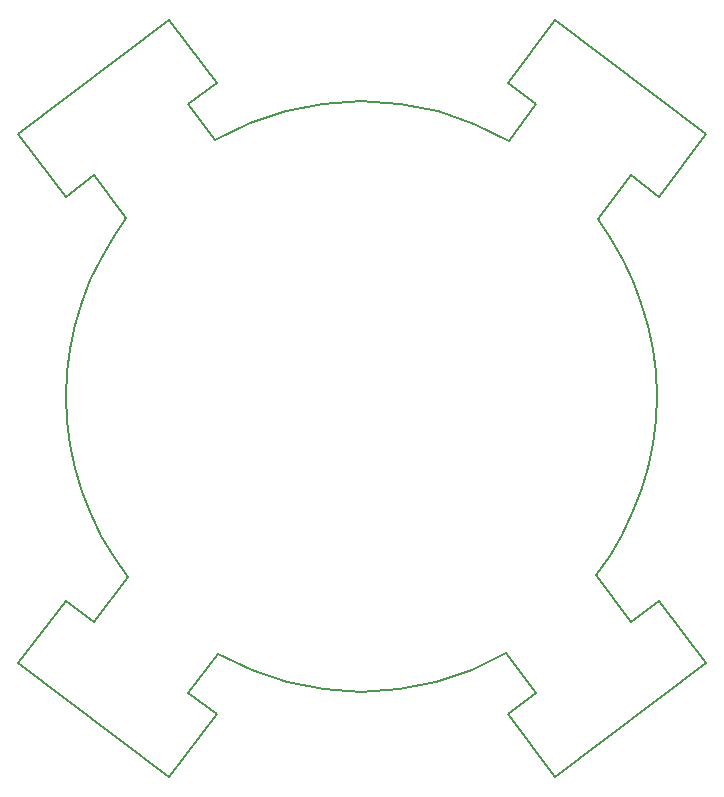
<source format=gbr>
G04 #@! TF.GenerationSoftware,KiCad,Pcbnew,(5.0.1)*
G04 #@! TF.CreationDate,2019-02-02T12:52:51+09:00*
G04 #@! TF.ProjectId,center,63656E7465722E6B696361645F706362,rev?*
G04 #@! TF.SameCoordinates,Original*
G04 #@! TF.FileFunction,Profile,NP*
%FSLAX46Y46*%
G04 Gerber Fmt 4.6, Leading zero omitted, Abs format (unit mm)*
G04 Created by KiCad (PCBNEW (5.0.1)) date Sat Feb  2 12:52:51 2019*
%MOMM*%
%LPD*%
G01*
G04 APERTURE LIST*
%ADD10C,0.200000*%
G04 APERTURE END LIST*
D10*
X87734397Y-126954928D02*
X85338677Y-125149868D01*
X106465884Y-75894920D02*
X103270972Y-75254001D01*
X76352368Y-108104843D02*
X77093294Y-110011692D01*
X79036744Y-113623425D02*
X80232527Y-115308608D01*
X87822757Y-121852908D02*
X90697186Y-123228025D01*
X93710813Y-124223111D02*
X96826221Y-124828395D01*
X78929922Y-86638822D02*
X77911504Y-88387350D01*
X77040410Y-90206583D02*
X76319817Y-92087114D01*
X122141986Y-88456383D02*
X121136903Y-86715469D01*
X122792210Y-119131118D02*
X119835280Y-115207318D01*
X119835280Y-115207318D02*
X121016610Y-113530637D01*
X75092805Y-98002431D02*
X75005977Y-100034088D01*
X100005997Y-75034062D02*
X96768574Y-75252799D01*
X116404480Y-68209156D02*
X112409900Y-73510124D01*
X125187930Y-117326058D02*
X122792210Y-119131118D01*
X76319817Y-92087114D02*
X75752901Y-94019537D01*
X123669763Y-108046376D02*
X124246251Y-106099016D01*
X77352087Y-119131118D02*
X74956367Y-117326058D01*
X77911504Y-88387350D02*
X77040410Y-90206583D01*
X122937137Y-109940526D02*
X123669763Y-108046376D01*
X116404480Y-132255888D02*
X129182520Y-122626508D01*
X112409900Y-73510124D02*
X114805620Y-75315182D01*
X74956367Y-83138996D02*
X77352087Y-81333936D01*
X93599788Y-75885520D02*
X90539076Y-76921661D01*
X121016610Y-113530637D02*
X122051658Y-111771826D01*
X125006030Y-100034088D02*
X124921104Y-98015835D01*
X129182520Y-122626508D02*
X125187930Y-117326058D01*
X100005997Y-125034108D02*
X103210000Y-124820000D01*
X75752901Y-94019537D02*
X75342838Y-95994445D01*
X80092487Y-84970406D02*
X78929922Y-86638822D01*
X122792210Y-81333936D02*
X125187930Y-83138996D01*
X124246251Y-106099016D02*
X124663315Y-104108088D01*
X125187930Y-83138996D02*
X129182520Y-77838546D01*
X114805620Y-75315182D02*
X112483790Y-78396126D01*
X112409900Y-126954928D02*
X116404480Y-132255888D01*
X123712166Y-92136879D02*
X123001438Y-90266596D01*
X77989209Y-111854503D02*
X79036744Y-113623425D01*
X124663315Y-104108088D02*
X124917670Y-102083232D01*
X106347479Y-124200305D02*
X109380181Y-123185159D01*
X122051658Y-111771826D02*
X122937137Y-109940526D01*
X103270972Y-75254001D02*
X100005997Y-75034062D01*
X121136903Y-86715469D02*
X119989280Y-85053086D01*
X90539076Y-76921661D02*
X87625877Y-78350656D01*
X75342838Y-95994445D02*
X75092805Y-98002431D01*
X109550301Y-76945927D02*
X106465884Y-75894920D01*
X124917670Y-102083232D02*
X125006030Y-100034088D01*
X129182520Y-77838546D02*
X116404480Y-68209156D01*
X96826221Y-124828395D02*
X100005997Y-125034108D01*
X75005977Y-100034088D02*
X75093236Y-102098579D01*
X80232527Y-115308608D02*
X77352087Y-119131118D01*
X109380181Y-123185159D02*
X112269850Y-121784698D01*
X124921104Y-98015835D02*
X124675090Y-96020729D01*
X70961777Y-122626508D02*
X83739807Y-132255888D01*
X70961777Y-77838546D02*
X74956367Y-83138996D01*
X124271081Y-94058000D02*
X123712166Y-92136879D01*
X96768574Y-75252799D02*
X93599788Y-75885520D01*
X77352087Y-81333936D02*
X80092487Y-84970406D01*
X124675090Y-96020729D02*
X124271081Y-94058000D01*
X75769803Y-106143808D02*
X76352368Y-108104843D01*
X112483790Y-78396126D02*
X109550301Y-76945927D01*
X74956367Y-117326058D02*
X70961777Y-122626508D01*
X87625877Y-78350656D02*
X85338677Y-75315182D01*
X83739807Y-132255888D02*
X87734397Y-126954928D01*
X112269850Y-121784698D02*
X114805620Y-125149868D01*
X75348968Y-104138436D02*
X75769803Y-106143808D01*
X85338677Y-125149868D02*
X87822757Y-121852908D01*
X90697186Y-123228025D02*
X93710813Y-124223111D01*
X119989280Y-85053086D02*
X122792210Y-81333936D01*
X77093294Y-110011692D02*
X77989209Y-111854503D01*
X83739807Y-68209156D02*
X70961777Y-77838546D01*
X75093236Y-102098579D02*
X75348968Y-104138436D01*
X123001438Y-90266596D02*
X122141986Y-88456383D01*
X85338677Y-75315182D02*
X87734397Y-73510124D01*
X87734397Y-73510124D02*
X83739807Y-68209156D01*
X114805620Y-125149868D02*
X112409900Y-126954928D01*
X103210000Y-124820000D02*
X106347479Y-124200305D01*
M02*

</source>
